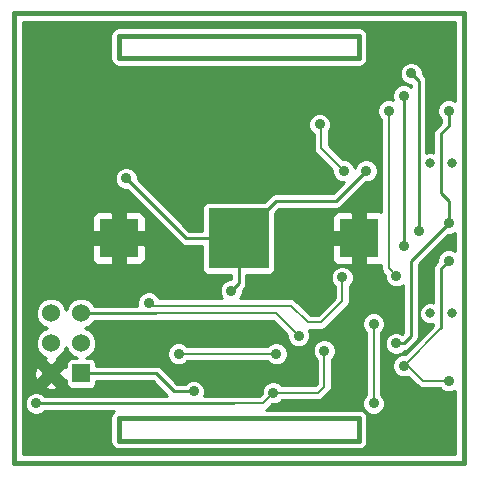
<source format=gbl>
G04 (created by PCBNEW-RS274X (2011-nov-30)-testing) date Sat 15 Sep 2012 11:31:33 AM EDT*
%MOIN*%
G04 Gerber Fmt 3.4, Leading zero omitted, Abs format*
%FSLAX34Y34*%
G01*
G70*
G90*
G04 APERTURE LIST*
%ADD10C,0.006*%
%ADD11C,0.015*%
%ADD12C,0.0315*%
%ADD13R,0.13X0.13*%
%ADD14R,0.2X0.2*%
%ADD15R,0.06X0.06*%
%ADD16C,0.06*%
%ADD17C,0.035*%
%ADD18C,0.008*%
%ADD19C,0.01*%
G04 APERTURE END LIST*
G54D10*
G54D11*
X79500Y-62500D02*
X87500Y-62500D01*
X87500Y-62500D02*
X87500Y-63250D01*
X87500Y-63250D02*
X79500Y-63250D01*
X79500Y-63250D02*
X79500Y-62500D01*
X79500Y-50500D02*
X79500Y-49750D01*
X87500Y-50500D02*
X79500Y-50500D01*
X87500Y-49750D02*
X87500Y-50500D01*
X79500Y-49750D02*
X87500Y-49750D01*
X91000Y-64000D02*
X91000Y-49000D01*
X76000Y-64000D02*
X91000Y-64000D01*
X76000Y-49000D02*
X76000Y-64000D01*
X76000Y-64000D02*
X76000Y-49000D01*
X76000Y-49000D02*
X91000Y-49000D01*
G54D12*
X90604Y-59000D03*
X89896Y-59000D03*
X90604Y-54000D03*
X89896Y-54000D03*
G54D13*
X87500Y-56500D03*
X79500Y-56500D03*
G54D14*
X83500Y-56500D03*
G54D15*
X78250Y-61000D03*
G54D16*
X77250Y-61000D03*
X78250Y-60000D03*
X77250Y-60000D03*
X78250Y-59000D03*
X77250Y-59000D03*
G54D17*
X85500Y-59750D03*
X87750Y-54250D03*
X83250Y-58250D03*
X79750Y-54500D03*
X89500Y-56250D03*
X89250Y-51000D03*
X89000Y-56750D03*
X89000Y-51750D03*
X86200Y-52700D03*
X87000Y-54250D03*
X88500Y-52250D03*
X88750Y-57750D03*
X86950Y-57800D03*
X80500Y-58650D03*
X88000Y-59350D03*
X88000Y-62000D03*
X82000Y-61600D03*
X86350Y-60250D03*
X84650Y-61650D03*
X76750Y-62000D03*
X81500Y-60350D03*
X84750Y-60350D03*
X88750Y-60000D03*
X90500Y-52250D03*
X90500Y-56000D03*
X89000Y-60750D03*
X90500Y-61250D03*
X90500Y-57250D03*
X80750Y-59600D03*
X83900Y-59500D03*
X85850Y-54350D03*
G54D18*
X85500Y-59750D02*
X84750Y-59000D01*
X84750Y-59000D02*
X80750Y-59000D01*
G54D19*
X78250Y-59000D02*
X80750Y-59000D01*
X87750Y-54250D02*
X86750Y-55250D01*
X86750Y-55250D02*
X84750Y-55250D01*
X84750Y-55250D02*
X83500Y-56500D01*
X83500Y-56500D02*
X83500Y-58000D01*
X83500Y-58000D02*
X83250Y-58250D01*
X83500Y-56500D02*
X81750Y-56500D01*
X81750Y-56500D02*
X79750Y-54500D01*
X89500Y-56250D02*
X89500Y-54500D01*
X89250Y-51000D02*
X89500Y-51250D01*
X89500Y-51250D02*
X89500Y-54500D01*
X89000Y-51750D02*
X89000Y-56750D01*
G54D18*
X86250Y-52750D02*
X86250Y-53400D01*
X86200Y-52700D02*
X86250Y-52750D01*
X86250Y-53400D02*
X86250Y-53500D01*
X86250Y-53500D02*
X87000Y-54250D01*
X88500Y-57500D02*
X88500Y-52250D01*
X88750Y-57750D02*
X88500Y-57500D01*
X86950Y-58600D02*
X86950Y-57800D01*
X86250Y-59300D02*
X86950Y-58600D01*
X85800Y-59300D02*
X86250Y-59300D01*
X85250Y-58750D02*
X85800Y-59300D01*
X80600Y-58750D02*
X85250Y-58750D01*
X80500Y-58650D02*
X80600Y-58750D01*
X88000Y-62000D02*
X88000Y-59350D01*
G54D19*
X78250Y-61000D02*
X80750Y-61000D01*
X81350Y-61600D02*
X82000Y-61600D01*
X80750Y-61000D02*
X81350Y-61600D01*
G54D18*
X86150Y-61650D02*
X84650Y-61650D01*
X86350Y-61450D02*
X86150Y-61650D01*
X86350Y-60250D02*
X86350Y-61450D01*
X83350Y-62000D02*
X84300Y-62000D01*
G54D19*
X77500Y-62000D02*
X83350Y-62000D01*
X76750Y-62000D02*
X77500Y-62000D01*
G54D18*
X84300Y-62000D02*
X84650Y-61650D01*
X81500Y-60350D02*
X84750Y-60350D01*
X88750Y-60000D02*
X88800Y-60000D01*
G54D19*
X90500Y-56000D02*
X90500Y-55250D01*
X90500Y-52750D02*
X90500Y-52250D01*
X90250Y-53000D02*
X90500Y-52750D01*
X90250Y-55000D02*
X90250Y-53000D01*
X90500Y-55250D02*
X90250Y-55000D01*
X89250Y-57250D02*
X90500Y-56000D01*
X89250Y-59750D02*
X89250Y-57250D01*
X89000Y-60000D02*
X89250Y-59750D01*
X88800Y-60000D02*
X89000Y-60000D01*
G54D18*
X89000Y-60750D02*
X89150Y-60750D01*
X89650Y-61250D02*
X90500Y-61250D01*
X89150Y-60750D02*
X89650Y-61250D01*
X89000Y-60750D02*
X90250Y-59500D01*
G54D19*
X90250Y-57500D02*
X90250Y-59500D01*
X90500Y-57250D02*
X90250Y-57500D01*
G54D10*
G36*
X90700Y-63700D02*
X88385Y-63700D01*
X88385Y-62077D01*
X88385Y-61924D01*
X88327Y-61782D01*
X88250Y-61705D01*
X88250Y-59644D01*
X88326Y-59568D01*
X88385Y-59427D01*
X88385Y-59274D01*
X88327Y-59132D01*
X88218Y-59024D01*
X88077Y-58965D01*
X87924Y-58965D01*
X87782Y-59023D01*
X87674Y-59132D01*
X87615Y-59273D01*
X87615Y-59426D01*
X87673Y-59568D01*
X87750Y-59644D01*
X87750Y-61705D01*
X87674Y-61782D01*
X87615Y-61923D01*
X87615Y-62076D01*
X87673Y-62218D01*
X87782Y-62326D01*
X87923Y-62385D01*
X88076Y-62385D01*
X88218Y-62327D01*
X88326Y-62218D01*
X88385Y-62077D01*
X88385Y-63700D01*
X76300Y-63700D01*
X76300Y-49300D01*
X90700Y-49300D01*
X90700Y-51916D01*
X90577Y-51865D01*
X90424Y-51865D01*
X90282Y-51923D01*
X90174Y-52032D01*
X90115Y-52173D01*
X90115Y-52326D01*
X90173Y-52468D01*
X90240Y-52534D01*
X90240Y-52642D01*
X90066Y-52816D01*
X90010Y-52900D01*
X89990Y-53000D01*
X89990Y-53641D01*
X89969Y-53633D01*
X89823Y-53633D01*
X89760Y-53659D01*
X89760Y-51250D01*
X89740Y-51151D01*
X89739Y-51150D01*
X89684Y-51066D01*
X89681Y-51064D01*
X89635Y-51017D01*
X89635Y-50924D01*
X89577Y-50782D01*
X89468Y-50674D01*
X89327Y-50615D01*
X89174Y-50615D01*
X89032Y-50673D01*
X88924Y-50782D01*
X88865Y-50923D01*
X88865Y-51076D01*
X88923Y-51218D01*
X89032Y-51326D01*
X89173Y-51385D01*
X89240Y-51385D01*
X89240Y-51445D01*
X89218Y-51424D01*
X89077Y-51365D01*
X88924Y-51365D01*
X88782Y-51423D01*
X88674Y-51532D01*
X88615Y-51673D01*
X88615Y-51826D01*
X88642Y-51892D01*
X88577Y-51865D01*
X88424Y-51865D01*
X88282Y-51923D01*
X88174Y-52032D01*
X88115Y-52173D01*
X88115Y-52326D01*
X88173Y-52468D01*
X88250Y-52544D01*
X88250Y-55622D01*
X88199Y-55601D01*
X88135Y-55600D01*
X88135Y-54327D01*
X88135Y-54174D01*
X88077Y-54032D01*
X87968Y-53924D01*
X87827Y-53865D01*
X87785Y-53865D01*
X87785Y-50500D01*
X87785Y-49750D01*
X87763Y-49641D01*
X87702Y-49548D01*
X87609Y-49487D01*
X87500Y-49465D01*
X79500Y-49465D01*
X79391Y-49487D01*
X79298Y-49548D01*
X79237Y-49641D01*
X79215Y-49750D01*
X79215Y-50500D01*
X79237Y-50609D01*
X79298Y-50702D01*
X79391Y-50763D01*
X79500Y-50785D01*
X87500Y-50785D01*
X87609Y-50763D01*
X87702Y-50702D01*
X87763Y-50609D01*
X87785Y-50500D01*
X87785Y-53865D01*
X87674Y-53865D01*
X87532Y-53923D01*
X87424Y-54032D01*
X87374Y-54149D01*
X87327Y-54032D01*
X87218Y-53924D01*
X87077Y-53865D01*
X86968Y-53865D01*
X86500Y-53396D01*
X86500Y-52944D01*
X86526Y-52918D01*
X86585Y-52777D01*
X86585Y-52624D01*
X86527Y-52482D01*
X86418Y-52374D01*
X86277Y-52315D01*
X86124Y-52315D01*
X85982Y-52373D01*
X85874Y-52482D01*
X85815Y-52623D01*
X85815Y-52776D01*
X85873Y-52918D01*
X85982Y-53026D01*
X86000Y-53033D01*
X86000Y-53400D01*
X86000Y-53500D01*
X86019Y-53596D01*
X86073Y-53677D01*
X86615Y-54218D01*
X86615Y-54326D01*
X86673Y-54468D01*
X86782Y-54576D01*
X86923Y-54635D01*
X86997Y-54635D01*
X86642Y-54990D01*
X84750Y-54990D01*
X84749Y-54990D01*
X84729Y-54994D01*
X84651Y-55010D01*
X84566Y-55066D01*
X84564Y-55068D01*
X84342Y-55290D01*
X82458Y-55290D01*
X82381Y-55322D01*
X82322Y-55381D01*
X82290Y-55458D01*
X82290Y-55542D01*
X82290Y-56240D01*
X81858Y-56240D01*
X80135Y-54517D01*
X80135Y-54424D01*
X80077Y-54282D01*
X79968Y-54174D01*
X79827Y-54115D01*
X79674Y-54115D01*
X79532Y-54173D01*
X79424Y-54282D01*
X79365Y-54423D01*
X79365Y-54576D01*
X79423Y-54718D01*
X79532Y-54826D01*
X79673Y-54885D01*
X79767Y-54885D01*
X81566Y-56684D01*
X81650Y-56739D01*
X81651Y-56740D01*
X81750Y-56760D01*
X82290Y-56760D01*
X82290Y-57542D01*
X82322Y-57619D01*
X82381Y-57678D01*
X82458Y-57710D01*
X82542Y-57710D01*
X83240Y-57710D01*
X83240Y-57865D01*
X83174Y-57865D01*
X83032Y-57923D01*
X82924Y-58032D01*
X82865Y-58173D01*
X82865Y-58326D01*
X82923Y-58468D01*
X82955Y-58500D01*
X80854Y-58500D01*
X80827Y-58432D01*
X80718Y-58324D01*
X80577Y-58265D01*
X80424Y-58265D01*
X80400Y-58274D01*
X80400Y-56762D01*
X80400Y-56238D01*
X80399Y-55899D01*
X80399Y-55800D01*
X80361Y-55709D01*
X80291Y-55639D01*
X80199Y-55601D01*
X79762Y-55600D01*
X79700Y-55662D01*
X79700Y-56300D01*
X80338Y-56300D01*
X80400Y-56238D01*
X80400Y-56762D01*
X80338Y-56700D01*
X79700Y-56700D01*
X79700Y-57338D01*
X79762Y-57400D01*
X80199Y-57399D01*
X80291Y-57361D01*
X80361Y-57291D01*
X80399Y-57200D01*
X80399Y-57101D01*
X80400Y-56762D01*
X80400Y-58274D01*
X80282Y-58323D01*
X80174Y-58432D01*
X80115Y-58573D01*
X80115Y-58726D01*
X80120Y-58740D01*
X79300Y-58740D01*
X79300Y-57338D01*
X79300Y-56700D01*
X79300Y-56300D01*
X79300Y-55662D01*
X79238Y-55600D01*
X78801Y-55601D01*
X78709Y-55639D01*
X78639Y-55709D01*
X78601Y-55800D01*
X78601Y-55899D01*
X78600Y-56238D01*
X78662Y-56300D01*
X79300Y-56300D01*
X79300Y-56700D01*
X78662Y-56700D01*
X78600Y-56762D01*
X78601Y-57101D01*
X78601Y-57200D01*
X78639Y-57291D01*
X78709Y-57361D01*
X78801Y-57399D01*
X79238Y-57400D01*
X79300Y-57338D01*
X79300Y-58740D01*
X78693Y-58740D01*
X78682Y-58712D01*
X78538Y-58569D01*
X78351Y-58491D01*
X78149Y-58491D01*
X77962Y-58568D01*
X77819Y-58712D01*
X77750Y-58877D01*
X77682Y-58712D01*
X77538Y-58569D01*
X77351Y-58491D01*
X77149Y-58491D01*
X76962Y-58568D01*
X76819Y-58712D01*
X76741Y-58899D01*
X76741Y-59101D01*
X76818Y-59288D01*
X76962Y-59431D01*
X77127Y-59499D01*
X76962Y-59568D01*
X76819Y-59712D01*
X76741Y-59899D01*
X76741Y-60101D01*
X76818Y-60288D01*
X76962Y-60431D01*
X77064Y-60473D01*
X77054Y-60476D01*
X77021Y-60559D01*
X77250Y-60788D01*
X77479Y-60559D01*
X77446Y-60476D01*
X77435Y-60474D01*
X77538Y-60432D01*
X77681Y-60288D01*
X77749Y-60122D01*
X77818Y-60288D01*
X77962Y-60431D01*
X78103Y-60490D01*
X77908Y-60490D01*
X77831Y-60522D01*
X77772Y-60581D01*
X77740Y-60658D01*
X77740Y-60742D01*
X77740Y-60790D01*
X77691Y-60771D01*
X77462Y-61000D01*
X77691Y-61229D01*
X77740Y-61209D01*
X77740Y-61342D01*
X77772Y-61419D01*
X77831Y-61478D01*
X77908Y-61510D01*
X77992Y-61510D01*
X78592Y-61510D01*
X78669Y-61478D01*
X78728Y-61419D01*
X78760Y-61342D01*
X78760Y-61260D01*
X80642Y-61260D01*
X81122Y-61740D01*
X77500Y-61740D01*
X77479Y-61740D01*
X77479Y-61441D01*
X77250Y-61212D01*
X77038Y-61424D01*
X77038Y-61000D01*
X76809Y-60771D01*
X76726Y-60804D01*
X76691Y-61020D01*
X76726Y-61196D01*
X76809Y-61229D01*
X77038Y-61000D01*
X77038Y-61424D01*
X77021Y-61441D01*
X77054Y-61524D01*
X77270Y-61559D01*
X77446Y-61524D01*
X77479Y-61441D01*
X77479Y-61740D01*
X77034Y-61740D01*
X76968Y-61674D01*
X76827Y-61615D01*
X76674Y-61615D01*
X76532Y-61673D01*
X76424Y-61782D01*
X76365Y-61923D01*
X76365Y-62076D01*
X76423Y-62218D01*
X76532Y-62326D01*
X76673Y-62385D01*
X76826Y-62385D01*
X76968Y-62327D01*
X77034Y-62260D01*
X77500Y-62260D01*
X79355Y-62260D01*
X79298Y-62298D01*
X79237Y-62391D01*
X79215Y-62500D01*
X79215Y-63250D01*
X79237Y-63359D01*
X79298Y-63452D01*
X79391Y-63513D01*
X79500Y-63535D01*
X87500Y-63535D01*
X87609Y-63513D01*
X87702Y-63452D01*
X87763Y-63359D01*
X87785Y-63250D01*
X87785Y-62500D01*
X87763Y-62391D01*
X87702Y-62298D01*
X87609Y-62237D01*
X87500Y-62215D01*
X84420Y-62215D01*
X84477Y-62177D01*
X84618Y-62035D01*
X84726Y-62035D01*
X84868Y-61977D01*
X84944Y-61900D01*
X86150Y-61900D01*
X86245Y-61881D01*
X86246Y-61881D01*
X86327Y-61827D01*
X86524Y-61628D01*
X86526Y-61627D01*
X86527Y-61627D01*
X86581Y-61546D01*
X86600Y-61451D01*
X86599Y-61450D01*
X86600Y-61450D01*
X86600Y-60544D01*
X86676Y-60468D01*
X86735Y-60327D01*
X86735Y-60174D01*
X86677Y-60032D01*
X86568Y-59924D01*
X86427Y-59865D01*
X86274Y-59865D01*
X86132Y-59923D01*
X86024Y-60032D01*
X85965Y-60173D01*
X85965Y-60326D01*
X86023Y-60468D01*
X86100Y-60544D01*
X86100Y-61346D01*
X86046Y-61400D01*
X85135Y-61400D01*
X85135Y-60427D01*
X85135Y-60274D01*
X85077Y-60132D01*
X84968Y-60024D01*
X84827Y-59965D01*
X84674Y-59965D01*
X84532Y-60023D01*
X84455Y-60100D01*
X81794Y-60100D01*
X81718Y-60024D01*
X81577Y-59965D01*
X81424Y-59965D01*
X81282Y-60023D01*
X81174Y-60132D01*
X81115Y-60273D01*
X81115Y-60426D01*
X81173Y-60568D01*
X81282Y-60676D01*
X81423Y-60735D01*
X81576Y-60735D01*
X81718Y-60677D01*
X81794Y-60600D01*
X84455Y-60600D01*
X84532Y-60676D01*
X84673Y-60735D01*
X84826Y-60735D01*
X84968Y-60677D01*
X85076Y-60568D01*
X85135Y-60427D01*
X85135Y-61400D01*
X84944Y-61400D01*
X84868Y-61324D01*
X84727Y-61265D01*
X84574Y-61265D01*
X84432Y-61323D01*
X84324Y-61432D01*
X84265Y-61573D01*
X84265Y-61681D01*
X84196Y-61750D01*
X83399Y-61750D01*
X83350Y-61740D01*
X82358Y-61740D01*
X82385Y-61677D01*
X82385Y-61524D01*
X82327Y-61382D01*
X82218Y-61274D01*
X82077Y-61215D01*
X81924Y-61215D01*
X81782Y-61273D01*
X81715Y-61340D01*
X81457Y-61340D01*
X80934Y-60816D01*
X80850Y-60760D01*
X80750Y-60740D01*
X78760Y-60740D01*
X78760Y-60658D01*
X78728Y-60581D01*
X78669Y-60522D01*
X78592Y-60490D01*
X78508Y-60490D01*
X78397Y-60490D01*
X78538Y-60432D01*
X78681Y-60288D01*
X78759Y-60101D01*
X78759Y-59899D01*
X78682Y-59712D01*
X78538Y-59569D01*
X78372Y-59500D01*
X78538Y-59432D01*
X78681Y-59288D01*
X78692Y-59260D01*
X80750Y-59260D01*
X80799Y-59250D01*
X84646Y-59250D01*
X85115Y-59718D01*
X85115Y-59826D01*
X85173Y-59968D01*
X85282Y-60076D01*
X85423Y-60135D01*
X85576Y-60135D01*
X85718Y-60077D01*
X85826Y-59968D01*
X85885Y-59827D01*
X85885Y-59674D01*
X85834Y-59550D01*
X86250Y-59550D01*
X86345Y-59531D01*
X86346Y-59531D01*
X86427Y-59477D01*
X87124Y-58778D01*
X87126Y-58777D01*
X87127Y-58777D01*
X87181Y-58696D01*
X87200Y-58601D01*
X87199Y-58600D01*
X87200Y-58600D01*
X87200Y-58094D01*
X87276Y-58018D01*
X87335Y-57877D01*
X87335Y-57724D01*
X87300Y-57638D01*
X87300Y-57338D01*
X87300Y-56700D01*
X87300Y-56300D01*
X87300Y-55662D01*
X87238Y-55600D01*
X86801Y-55601D01*
X86709Y-55639D01*
X86639Y-55709D01*
X86601Y-55800D01*
X86601Y-55899D01*
X86600Y-56238D01*
X86662Y-56300D01*
X87300Y-56300D01*
X87300Y-56700D01*
X86662Y-56700D01*
X86600Y-56762D01*
X86601Y-57101D01*
X86601Y-57200D01*
X86639Y-57291D01*
X86709Y-57361D01*
X86801Y-57399D01*
X87238Y-57400D01*
X87300Y-57338D01*
X87300Y-57638D01*
X87277Y-57582D01*
X87168Y-57474D01*
X87027Y-57415D01*
X86874Y-57415D01*
X86732Y-57473D01*
X86624Y-57582D01*
X86565Y-57723D01*
X86565Y-57876D01*
X86623Y-58018D01*
X86700Y-58094D01*
X86700Y-58496D01*
X86146Y-59050D01*
X85903Y-59050D01*
X85427Y-58573D01*
X85346Y-58519D01*
X85250Y-58500D01*
X83544Y-58500D01*
X83576Y-58468D01*
X83635Y-58327D01*
X83635Y-58232D01*
X83681Y-58185D01*
X83683Y-58184D01*
X83684Y-58184D01*
X83739Y-58100D01*
X83740Y-58099D01*
X83760Y-58000D01*
X83760Y-57710D01*
X84542Y-57710D01*
X84619Y-57678D01*
X84678Y-57619D01*
X84710Y-57542D01*
X84710Y-57458D01*
X84710Y-55657D01*
X84857Y-55510D01*
X86750Y-55510D01*
X86849Y-55490D01*
X86850Y-55490D01*
X86934Y-55434D01*
X87733Y-54635D01*
X87826Y-54635D01*
X87968Y-54577D01*
X88076Y-54468D01*
X88135Y-54327D01*
X88135Y-55600D01*
X87762Y-55600D01*
X87700Y-55662D01*
X87700Y-56250D01*
X87700Y-56300D01*
X87700Y-56700D01*
X87700Y-56750D01*
X87700Y-57338D01*
X87762Y-57400D01*
X88199Y-57399D01*
X88250Y-57377D01*
X88250Y-57500D01*
X88269Y-57596D01*
X88323Y-57677D01*
X88365Y-57718D01*
X88365Y-57826D01*
X88423Y-57968D01*
X88532Y-58076D01*
X88673Y-58135D01*
X88826Y-58135D01*
X88968Y-58077D01*
X88990Y-58054D01*
X88990Y-59642D01*
X88961Y-59671D01*
X88827Y-59615D01*
X88674Y-59615D01*
X88532Y-59673D01*
X88424Y-59782D01*
X88365Y-59923D01*
X88365Y-60076D01*
X88423Y-60218D01*
X88532Y-60326D01*
X88673Y-60385D01*
X88826Y-60385D01*
X88968Y-60327D01*
X89042Y-60251D01*
X89099Y-60240D01*
X89100Y-60240D01*
X89184Y-60184D01*
X89431Y-59935D01*
X89433Y-59934D01*
X89434Y-59934D01*
X89489Y-59850D01*
X89490Y-59849D01*
X89510Y-59750D01*
X89510Y-57357D01*
X90482Y-56385D01*
X90576Y-56385D01*
X90700Y-56334D01*
X90700Y-56916D01*
X90577Y-56865D01*
X90424Y-56865D01*
X90282Y-56923D01*
X90174Y-57032D01*
X90115Y-57173D01*
X90115Y-57267D01*
X90066Y-57316D01*
X90010Y-57400D01*
X89990Y-57500D01*
X89990Y-58641D01*
X89969Y-58633D01*
X89823Y-58633D01*
X89688Y-58689D01*
X89585Y-58792D01*
X89529Y-58927D01*
X89529Y-59073D01*
X89585Y-59208D01*
X89688Y-59311D01*
X89823Y-59367D01*
X89969Y-59367D01*
X89990Y-59358D01*
X89990Y-59406D01*
X89031Y-60365D01*
X88924Y-60365D01*
X88782Y-60423D01*
X88674Y-60532D01*
X88615Y-60673D01*
X88615Y-60826D01*
X88673Y-60968D01*
X88782Y-61076D01*
X88923Y-61135D01*
X89076Y-61135D01*
X89150Y-61104D01*
X89473Y-61427D01*
X89554Y-61481D01*
X89650Y-61500D01*
X90205Y-61500D01*
X90282Y-61576D01*
X90423Y-61635D01*
X90576Y-61635D01*
X90700Y-61584D01*
X90700Y-63700D01*
X90700Y-63700D01*
G37*
G54D19*
X90700Y-63700D02*
X88385Y-63700D01*
X88385Y-62077D01*
X88385Y-61924D01*
X88327Y-61782D01*
X88250Y-61705D01*
X88250Y-59644D01*
X88326Y-59568D01*
X88385Y-59427D01*
X88385Y-59274D01*
X88327Y-59132D01*
X88218Y-59024D01*
X88077Y-58965D01*
X87924Y-58965D01*
X87782Y-59023D01*
X87674Y-59132D01*
X87615Y-59273D01*
X87615Y-59426D01*
X87673Y-59568D01*
X87750Y-59644D01*
X87750Y-61705D01*
X87674Y-61782D01*
X87615Y-61923D01*
X87615Y-62076D01*
X87673Y-62218D01*
X87782Y-62326D01*
X87923Y-62385D01*
X88076Y-62385D01*
X88218Y-62327D01*
X88326Y-62218D01*
X88385Y-62077D01*
X88385Y-63700D01*
X76300Y-63700D01*
X76300Y-49300D01*
X90700Y-49300D01*
X90700Y-51916D01*
X90577Y-51865D01*
X90424Y-51865D01*
X90282Y-51923D01*
X90174Y-52032D01*
X90115Y-52173D01*
X90115Y-52326D01*
X90173Y-52468D01*
X90240Y-52534D01*
X90240Y-52642D01*
X90066Y-52816D01*
X90010Y-52900D01*
X89990Y-53000D01*
X89990Y-53641D01*
X89969Y-53633D01*
X89823Y-53633D01*
X89760Y-53659D01*
X89760Y-51250D01*
X89740Y-51151D01*
X89739Y-51150D01*
X89684Y-51066D01*
X89681Y-51064D01*
X89635Y-51017D01*
X89635Y-50924D01*
X89577Y-50782D01*
X89468Y-50674D01*
X89327Y-50615D01*
X89174Y-50615D01*
X89032Y-50673D01*
X88924Y-50782D01*
X88865Y-50923D01*
X88865Y-51076D01*
X88923Y-51218D01*
X89032Y-51326D01*
X89173Y-51385D01*
X89240Y-51385D01*
X89240Y-51445D01*
X89218Y-51424D01*
X89077Y-51365D01*
X88924Y-51365D01*
X88782Y-51423D01*
X88674Y-51532D01*
X88615Y-51673D01*
X88615Y-51826D01*
X88642Y-51892D01*
X88577Y-51865D01*
X88424Y-51865D01*
X88282Y-51923D01*
X88174Y-52032D01*
X88115Y-52173D01*
X88115Y-52326D01*
X88173Y-52468D01*
X88250Y-52544D01*
X88250Y-55622D01*
X88199Y-55601D01*
X88135Y-55600D01*
X88135Y-54327D01*
X88135Y-54174D01*
X88077Y-54032D01*
X87968Y-53924D01*
X87827Y-53865D01*
X87785Y-53865D01*
X87785Y-50500D01*
X87785Y-49750D01*
X87763Y-49641D01*
X87702Y-49548D01*
X87609Y-49487D01*
X87500Y-49465D01*
X79500Y-49465D01*
X79391Y-49487D01*
X79298Y-49548D01*
X79237Y-49641D01*
X79215Y-49750D01*
X79215Y-50500D01*
X79237Y-50609D01*
X79298Y-50702D01*
X79391Y-50763D01*
X79500Y-50785D01*
X87500Y-50785D01*
X87609Y-50763D01*
X87702Y-50702D01*
X87763Y-50609D01*
X87785Y-50500D01*
X87785Y-53865D01*
X87674Y-53865D01*
X87532Y-53923D01*
X87424Y-54032D01*
X87374Y-54149D01*
X87327Y-54032D01*
X87218Y-53924D01*
X87077Y-53865D01*
X86968Y-53865D01*
X86500Y-53396D01*
X86500Y-52944D01*
X86526Y-52918D01*
X86585Y-52777D01*
X86585Y-52624D01*
X86527Y-52482D01*
X86418Y-52374D01*
X86277Y-52315D01*
X86124Y-52315D01*
X85982Y-52373D01*
X85874Y-52482D01*
X85815Y-52623D01*
X85815Y-52776D01*
X85873Y-52918D01*
X85982Y-53026D01*
X86000Y-53033D01*
X86000Y-53400D01*
X86000Y-53500D01*
X86019Y-53596D01*
X86073Y-53677D01*
X86615Y-54218D01*
X86615Y-54326D01*
X86673Y-54468D01*
X86782Y-54576D01*
X86923Y-54635D01*
X86997Y-54635D01*
X86642Y-54990D01*
X84750Y-54990D01*
X84749Y-54990D01*
X84729Y-54994D01*
X84651Y-55010D01*
X84566Y-55066D01*
X84564Y-55068D01*
X84342Y-55290D01*
X82458Y-55290D01*
X82381Y-55322D01*
X82322Y-55381D01*
X82290Y-55458D01*
X82290Y-55542D01*
X82290Y-56240D01*
X81858Y-56240D01*
X80135Y-54517D01*
X80135Y-54424D01*
X80077Y-54282D01*
X79968Y-54174D01*
X79827Y-54115D01*
X79674Y-54115D01*
X79532Y-54173D01*
X79424Y-54282D01*
X79365Y-54423D01*
X79365Y-54576D01*
X79423Y-54718D01*
X79532Y-54826D01*
X79673Y-54885D01*
X79767Y-54885D01*
X81566Y-56684D01*
X81650Y-56739D01*
X81651Y-56740D01*
X81750Y-56760D01*
X82290Y-56760D01*
X82290Y-57542D01*
X82322Y-57619D01*
X82381Y-57678D01*
X82458Y-57710D01*
X82542Y-57710D01*
X83240Y-57710D01*
X83240Y-57865D01*
X83174Y-57865D01*
X83032Y-57923D01*
X82924Y-58032D01*
X82865Y-58173D01*
X82865Y-58326D01*
X82923Y-58468D01*
X82955Y-58500D01*
X80854Y-58500D01*
X80827Y-58432D01*
X80718Y-58324D01*
X80577Y-58265D01*
X80424Y-58265D01*
X80400Y-58274D01*
X80400Y-56762D01*
X80400Y-56238D01*
X80399Y-55899D01*
X80399Y-55800D01*
X80361Y-55709D01*
X80291Y-55639D01*
X80199Y-55601D01*
X79762Y-55600D01*
X79700Y-55662D01*
X79700Y-56300D01*
X80338Y-56300D01*
X80400Y-56238D01*
X80400Y-56762D01*
X80338Y-56700D01*
X79700Y-56700D01*
X79700Y-57338D01*
X79762Y-57400D01*
X80199Y-57399D01*
X80291Y-57361D01*
X80361Y-57291D01*
X80399Y-57200D01*
X80399Y-57101D01*
X80400Y-56762D01*
X80400Y-58274D01*
X80282Y-58323D01*
X80174Y-58432D01*
X80115Y-58573D01*
X80115Y-58726D01*
X80120Y-58740D01*
X79300Y-58740D01*
X79300Y-57338D01*
X79300Y-56700D01*
X79300Y-56300D01*
X79300Y-55662D01*
X79238Y-55600D01*
X78801Y-55601D01*
X78709Y-55639D01*
X78639Y-55709D01*
X78601Y-55800D01*
X78601Y-55899D01*
X78600Y-56238D01*
X78662Y-56300D01*
X79300Y-56300D01*
X79300Y-56700D01*
X78662Y-56700D01*
X78600Y-56762D01*
X78601Y-57101D01*
X78601Y-57200D01*
X78639Y-57291D01*
X78709Y-57361D01*
X78801Y-57399D01*
X79238Y-57400D01*
X79300Y-57338D01*
X79300Y-58740D01*
X78693Y-58740D01*
X78682Y-58712D01*
X78538Y-58569D01*
X78351Y-58491D01*
X78149Y-58491D01*
X77962Y-58568D01*
X77819Y-58712D01*
X77750Y-58877D01*
X77682Y-58712D01*
X77538Y-58569D01*
X77351Y-58491D01*
X77149Y-58491D01*
X76962Y-58568D01*
X76819Y-58712D01*
X76741Y-58899D01*
X76741Y-59101D01*
X76818Y-59288D01*
X76962Y-59431D01*
X77127Y-59499D01*
X76962Y-59568D01*
X76819Y-59712D01*
X76741Y-59899D01*
X76741Y-60101D01*
X76818Y-60288D01*
X76962Y-60431D01*
X77064Y-60473D01*
X77054Y-60476D01*
X77021Y-60559D01*
X77250Y-60788D01*
X77479Y-60559D01*
X77446Y-60476D01*
X77435Y-60474D01*
X77538Y-60432D01*
X77681Y-60288D01*
X77749Y-60122D01*
X77818Y-60288D01*
X77962Y-60431D01*
X78103Y-60490D01*
X77908Y-60490D01*
X77831Y-60522D01*
X77772Y-60581D01*
X77740Y-60658D01*
X77740Y-60742D01*
X77740Y-60790D01*
X77691Y-60771D01*
X77462Y-61000D01*
X77691Y-61229D01*
X77740Y-61209D01*
X77740Y-61342D01*
X77772Y-61419D01*
X77831Y-61478D01*
X77908Y-61510D01*
X77992Y-61510D01*
X78592Y-61510D01*
X78669Y-61478D01*
X78728Y-61419D01*
X78760Y-61342D01*
X78760Y-61260D01*
X80642Y-61260D01*
X81122Y-61740D01*
X77500Y-61740D01*
X77479Y-61740D01*
X77479Y-61441D01*
X77250Y-61212D01*
X77038Y-61424D01*
X77038Y-61000D01*
X76809Y-60771D01*
X76726Y-60804D01*
X76691Y-61020D01*
X76726Y-61196D01*
X76809Y-61229D01*
X77038Y-61000D01*
X77038Y-61424D01*
X77021Y-61441D01*
X77054Y-61524D01*
X77270Y-61559D01*
X77446Y-61524D01*
X77479Y-61441D01*
X77479Y-61740D01*
X77034Y-61740D01*
X76968Y-61674D01*
X76827Y-61615D01*
X76674Y-61615D01*
X76532Y-61673D01*
X76424Y-61782D01*
X76365Y-61923D01*
X76365Y-62076D01*
X76423Y-62218D01*
X76532Y-62326D01*
X76673Y-62385D01*
X76826Y-62385D01*
X76968Y-62327D01*
X77034Y-62260D01*
X77500Y-62260D01*
X79355Y-62260D01*
X79298Y-62298D01*
X79237Y-62391D01*
X79215Y-62500D01*
X79215Y-63250D01*
X79237Y-63359D01*
X79298Y-63452D01*
X79391Y-63513D01*
X79500Y-63535D01*
X87500Y-63535D01*
X87609Y-63513D01*
X87702Y-63452D01*
X87763Y-63359D01*
X87785Y-63250D01*
X87785Y-62500D01*
X87763Y-62391D01*
X87702Y-62298D01*
X87609Y-62237D01*
X87500Y-62215D01*
X84420Y-62215D01*
X84477Y-62177D01*
X84618Y-62035D01*
X84726Y-62035D01*
X84868Y-61977D01*
X84944Y-61900D01*
X86150Y-61900D01*
X86245Y-61881D01*
X86246Y-61881D01*
X86327Y-61827D01*
X86524Y-61628D01*
X86526Y-61627D01*
X86527Y-61627D01*
X86581Y-61546D01*
X86600Y-61451D01*
X86599Y-61450D01*
X86600Y-61450D01*
X86600Y-60544D01*
X86676Y-60468D01*
X86735Y-60327D01*
X86735Y-60174D01*
X86677Y-60032D01*
X86568Y-59924D01*
X86427Y-59865D01*
X86274Y-59865D01*
X86132Y-59923D01*
X86024Y-60032D01*
X85965Y-60173D01*
X85965Y-60326D01*
X86023Y-60468D01*
X86100Y-60544D01*
X86100Y-61346D01*
X86046Y-61400D01*
X85135Y-61400D01*
X85135Y-60427D01*
X85135Y-60274D01*
X85077Y-60132D01*
X84968Y-60024D01*
X84827Y-59965D01*
X84674Y-59965D01*
X84532Y-60023D01*
X84455Y-60100D01*
X81794Y-60100D01*
X81718Y-60024D01*
X81577Y-59965D01*
X81424Y-59965D01*
X81282Y-60023D01*
X81174Y-60132D01*
X81115Y-60273D01*
X81115Y-60426D01*
X81173Y-60568D01*
X81282Y-60676D01*
X81423Y-60735D01*
X81576Y-60735D01*
X81718Y-60677D01*
X81794Y-60600D01*
X84455Y-60600D01*
X84532Y-60676D01*
X84673Y-60735D01*
X84826Y-60735D01*
X84968Y-60677D01*
X85076Y-60568D01*
X85135Y-60427D01*
X85135Y-61400D01*
X84944Y-61400D01*
X84868Y-61324D01*
X84727Y-61265D01*
X84574Y-61265D01*
X84432Y-61323D01*
X84324Y-61432D01*
X84265Y-61573D01*
X84265Y-61681D01*
X84196Y-61750D01*
X83399Y-61750D01*
X83350Y-61740D01*
X82358Y-61740D01*
X82385Y-61677D01*
X82385Y-61524D01*
X82327Y-61382D01*
X82218Y-61274D01*
X82077Y-61215D01*
X81924Y-61215D01*
X81782Y-61273D01*
X81715Y-61340D01*
X81457Y-61340D01*
X80934Y-60816D01*
X80850Y-60760D01*
X80750Y-60740D01*
X78760Y-60740D01*
X78760Y-60658D01*
X78728Y-60581D01*
X78669Y-60522D01*
X78592Y-60490D01*
X78508Y-60490D01*
X78397Y-60490D01*
X78538Y-60432D01*
X78681Y-60288D01*
X78759Y-60101D01*
X78759Y-59899D01*
X78682Y-59712D01*
X78538Y-59569D01*
X78372Y-59500D01*
X78538Y-59432D01*
X78681Y-59288D01*
X78692Y-59260D01*
X80750Y-59260D01*
X80799Y-59250D01*
X84646Y-59250D01*
X85115Y-59718D01*
X85115Y-59826D01*
X85173Y-59968D01*
X85282Y-60076D01*
X85423Y-60135D01*
X85576Y-60135D01*
X85718Y-60077D01*
X85826Y-59968D01*
X85885Y-59827D01*
X85885Y-59674D01*
X85834Y-59550D01*
X86250Y-59550D01*
X86345Y-59531D01*
X86346Y-59531D01*
X86427Y-59477D01*
X87124Y-58778D01*
X87126Y-58777D01*
X87127Y-58777D01*
X87181Y-58696D01*
X87200Y-58601D01*
X87199Y-58600D01*
X87200Y-58600D01*
X87200Y-58094D01*
X87276Y-58018D01*
X87335Y-57877D01*
X87335Y-57724D01*
X87300Y-57638D01*
X87300Y-57338D01*
X87300Y-56700D01*
X87300Y-56300D01*
X87300Y-55662D01*
X87238Y-55600D01*
X86801Y-55601D01*
X86709Y-55639D01*
X86639Y-55709D01*
X86601Y-55800D01*
X86601Y-55899D01*
X86600Y-56238D01*
X86662Y-56300D01*
X87300Y-56300D01*
X87300Y-56700D01*
X86662Y-56700D01*
X86600Y-56762D01*
X86601Y-57101D01*
X86601Y-57200D01*
X86639Y-57291D01*
X86709Y-57361D01*
X86801Y-57399D01*
X87238Y-57400D01*
X87300Y-57338D01*
X87300Y-57638D01*
X87277Y-57582D01*
X87168Y-57474D01*
X87027Y-57415D01*
X86874Y-57415D01*
X86732Y-57473D01*
X86624Y-57582D01*
X86565Y-57723D01*
X86565Y-57876D01*
X86623Y-58018D01*
X86700Y-58094D01*
X86700Y-58496D01*
X86146Y-59050D01*
X85903Y-59050D01*
X85427Y-58573D01*
X85346Y-58519D01*
X85250Y-58500D01*
X83544Y-58500D01*
X83576Y-58468D01*
X83635Y-58327D01*
X83635Y-58232D01*
X83681Y-58185D01*
X83683Y-58184D01*
X83684Y-58184D01*
X83739Y-58100D01*
X83740Y-58099D01*
X83760Y-58000D01*
X83760Y-57710D01*
X84542Y-57710D01*
X84619Y-57678D01*
X84678Y-57619D01*
X84710Y-57542D01*
X84710Y-57458D01*
X84710Y-55657D01*
X84857Y-55510D01*
X86750Y-55510D01*
X86849Y-55490D01*
X86850Y-55490D01*
X86934Y-55434D01*
X87733Y-54635D01*
X87826Y-54635D01*
X87968Y-54577D01*
X88076Y-54468D01*
X88135Y-54327D01*
X88135Y-55600D01*
X87762Y-55600D01*
X87700Y-55662D01*
X87700Y-56250D01*
X87700Y-56300D01*
X87700Y-56700D01*
X87700Y-56750D01*
X87700Y-57338D01*
X87762Y-57400D01*
X88199Y-57399D01*
X88250Y-57377D01*
X88250Y-57500D01*
X88269Y-57596D01*
X88323Y-57677D01*
X88365Y-57718D01*
X88365Y-57826D01*
X88423Y-57968D01*
X88532Y-58076D01*
X88673Y-58135D01*
X88826Y-58135D01*
X88968Y-58077D01*
X88990Y-58054D01*
X88990Y-59642D01*
X88961Y-59671D01*
X88827Y-59615D01*
X88674Y-59615D01*
X88532Y-59673D01*
X88424Y-59782D01*
X88365Y-59923D01*
X88365Y-60076D01*
X88423Y-60218D01*
X88532Y-60326D01*
X88673Y-60385D01*
X88826Y-60385D01*
X88968Y-60327D01*
X89042Y-60251D01*
X89099Y-60240D01*
X89100Y-60240D01*
X89184Y-60184D01*
X89431Y-59935D01*
X89433Y-59934D01*
X89434Y-59934D01*
X89489Y-59850D01*
X89490Y-59849D01*
X89510Y-59750D01*
X89510Y-57357D01*
X90482Y-56385D01*
X90576Y-56385D01*
X90700Y-56334D01*
X90700Y-56916D01*
X90577Y-56865D01*
X90424Y-56865D01*
X90282Y-56923D01*
X90174Y-57032D01*
X90115Y-57173D01*
X90115Y-57267D01*
X90066Y-57316D01*
X90010Y-57400D01*
X89990Y-57500D01*
X89990Y-58641D01*
X89969Y-58633D01*
X89823Y-58633D01*
X89688Y-58689D01*
X89585Y-58792D01*
X89529Y-58927D01*
X89529Y-59073D01*
X89585Y-59208D01*
X89688Y-59311D01*
X89823Y-59367D01*
X89969Y-59367D01*
X89990Y-59358D01*
X89990Y-59406D01*
X89031Y-60365D01*
X88924Y-60365D01*
X88782Y-60423D01*
X88674Y-60532D01*
X88615Y-60673D01*
X88615Y-60826D01*
X88673Y-60968D01*
X88782Y-61076D01*
X88923Y-61135D01*
X89076Y-61135D01*
X89150Y-61104D01*
X89473Y-61427D01*
X89554Y-61481D01*
X89650Y-61500D01*
X90205Y-61500D01*
X90282Y-61576D01*
X90423Y-61635D01*
X90576Y-61635D01*
X90700Y-61584D01*
X90700Y-63700D01*
M02*

</source>
